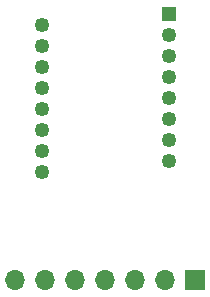
<source format=gbs>
G04 #@! TF.GenerationSoftware,KiCad,Pcbnew,8.0.5-dirty*
G04 #@! TF.CreationDate,2024-10-14T16:29:31+03:00*
G04 #@! TF.ProjectId,Kivipallur_PMW3360_breakout,4b697669-7061-46c6-9c75-725f504d5733,rev?*
G04 #@! TF.SameCoordinates,Original*
G04 #@! TF.FileFunction,Soldermask,Bot*
G04 #@! TF.FilePolarity,Negative*
%FSLAX46Y46*%
G04 Gerber Fmt 4.6, Leading zero omitted, Abs format (unit mm)*
G04 Created by KiCad (PCBNEW 8.0.5-dirty) date 2024-10-14 16:29:31*
%MOMM*%
%LPD*%
G01*
G04 APERTURE LIST*
%ADD10O,1.250000X1.250000*%
%ADD11R,1.250000X1.250000*%
%ADD12R,1.700000X1.700000*%
%ADD13O,1.700000X1.700000*%
G04 APERTURE END LIST*
D10*
X105700000Y-51800000D03*
X105700000Y-53580000D03*
X105700000Y-55360000D03*
X105700000Y-57140000D03*
X105700000Y-58920000D03*
X105700000Y-60700000D03*
X105700000Y-62480000D03*
X105700000Y-64260000D03*
X116400000Y-63370000D03*
X116400000Y-61590000D03*
X116400000Y-59810000D03*
X116400000Y-58030000D03*
X116400000Y-56250000D03*
X116400000Y-54470000D03*
X116400000Y-52690000D03*
D11*
X116400000Y-50910000D03*
D12*
X118640000Y-73400000D03*
D13*
X116100000Y-73400000D03*
X113560000Y-73400000D03*
X111020000Y-73400000D03*
X108480000Y-73400000D03*
X105940000Y-73400000D03*
X103400000Y-73400000D03*
M02*

</source>
